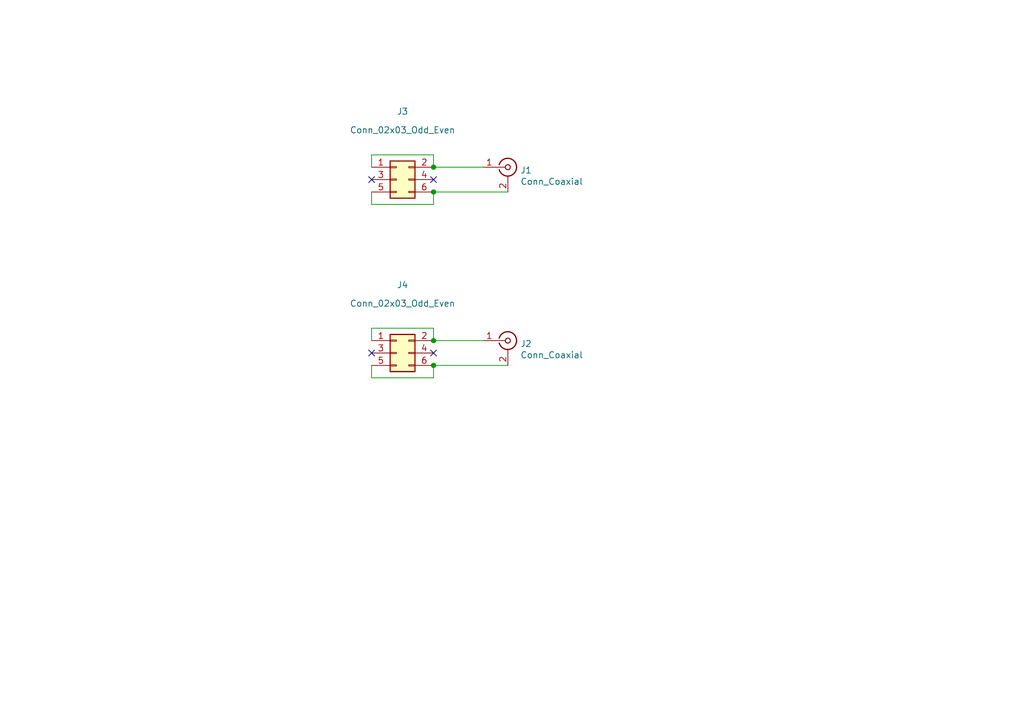
<source format=kicad_sch>
(kicad_sch (version 20230121) (generator eeschema)
  (paper "User" 210.007 148.006)
  (title_block (title "RCA Breadboard Adapter") (date "2020-03-14") (rev "1") (company "Joe Miragliuolo"))
  (lib_symbols
    (symbol "Connector:Conn_Coaxial" (pin_names (offset 1.016) hide)
      (property "Reference" "J" (at 0.254 3.048 0))
      (property "Value" "Conn_Coaxial" (at 2.921 0 90))
      (symbol "Conn_Coaxial_0_1"
        (arc (start -1.778 -0.508) (mid 0.2311 -1.8066) (end 1.778 0) (stroke (width 0.254)))
        (polyline (pts (xy -2.54 0) (xy -0.508 0)))
        (polyline (pts (xy 0 -2.54) (xy 0 -1.778)))
        (circle (center 0 0) (radius 0.508) (stroke (width 0.2032)))
        (arc (start 1.778 0) (mid 0.2099 1.8101) (end -1.778 0.508) (stroke (width 0.254)))
      )
      (symbol "Conn_Coaxial_1_1"
        (pin passive line (at -5.08 0 0) (length 2.54) (name "In") (number "1"))
        (pin passive line (at 0 -5.08 90) (length 2.54) (name "Ext") (number "2"))
      )
    )
    (symbol "Connector_Generic:Conn_02x03_Odd_Even" (pin_names (offset 1.016) hide)
      (property "Reference" "J" (at 1.27 5.08 0))
      (property "Value" "Conn_02x03_Odd_Even" (at 1.27 -5.08 0))
      (symbol "Conn_02x03_Odd_Even_1_1"
        (rectangle (start -1.27 -2.413) (end 0 -2.667) (stroke (width 0.1524)))
        (rectangle (start -1.27 0.127) (end 0 -0.127) (stroke (width 0.1524)))
        (rectangle (start -1.27 2.667) (end 0 2.413) (stroke (width 0.1524)))
        (rectangle (start -1.27 3.81) (end 3.81 -3.81) (stroke (width 0.254)) (fill (type background)))
        (rectangle (start 3.81 -2.413) (end 2.54 -2.667) (stroke (width 0.1524)))
        (rectangle (start 3.81 0.127) (end 2.54 -0.127) (stroke (width 0.1524)))
        (rectangle (start 3.81 2.667) (end 2.54 2.413) (stroke (width 0.1524)))
        (pin passive line (at -5.08 2.54 0) (length 3.81) (name "Pin_1") (number "1"))
        (pin passive line (at 7.62 2.54 180) (length 3.81) (name "Pin_2") (number "2"))
        (pin passive line (at -5.08 0 0) (length 3.81) (name "Pin_3") (number "3"))
        (pin passive line (at 7.62 0 180) (length 3.81) (name "Pin_4") (number "4"))
        (pin passive line (at -5.08 -2.54 0) (length 3.81) (name "Pin_5") (number "5"))
        (pin passive line (at 7.62 -2.54 180) (length 3.81) (name "Pin_6") (number "6"))
      )
    )
  )
  (junction (at 88.9 74.93))
  (junction (at 88.9 39.37))
  (junction (at 88.9 69.85))
  (junction (at 88.9 34.29))
  (no_connect (at 76.2 72.39))
  (no_connect (at 88.9 72.39))
  (no_connect (at 76.2 36.83))
  (no_connect (at 88.9 36.83))
  (wire (pts (xy 104.14 74.93) (xy 88.9 74.93)))
  (wire (pts (xy 88.9 67.31) (xy 76.2 67.31)))
  (wire (pts (xy 76.2 77.47) (xy 76.2 74.93)))
  (wire (pts (xy 88.9 39.37) (xy 88.9 41.91)))
  (wire (pts (xy 88.9 31.75) (xy 76.2 31.75)))
  (wire (pts (xy 88.9 41.91) (xy 76.2 41.91)))
  (wire (pts (xy 104.14 39.37) (xy 88.9 39.37)))
  (wire (pts (xy 88.9 34.29) (xy 88.9 31.75)))
  (wire (pts (xy 88.9 77.47) (xy 76.2 77.47)))
  (wire (pts (xy 76.2 31.75) (xy 76.2 34.29)))
  (wire (pts (xy 88.9 74.93) (xy 88.9 77.47)))
  (wire (pts (xy 76.2 41.91) (xy 76.2 39.37)))
  (wire (pts (xy 99.06 34.29) (xy 88.9 34.29)))
  (wire (pts (xy 88.9 69.85) (xy 88.9 67.31)))
  (wire (pts (xy 99.06 69.85) (xy 88.9 69.85)))
  (wire (pts (xy 76.2 67.31) (xy 76.2 69.85)))
  (symbol (lib_id "Connector:Conn_Coaxial") (at 104.14 34.29 0) (unit 1)
    (property "Reference" "J1" (at 106.68 34.925 0) (effects (justify left)))
    (property "Value" "Conn_Coaxial" (at 106.68 37.2364 0) (effects (justify left)))
    (property "Footprint" "jwm_kicad_footprints_misc:RCA-Phono_CUI-Devices_RCJ-02X_Vertical" (effects hide))
    (property "Datasheet" " ~" (effects hide))
  )
  (symbol (lib_id "Connector_Generic:Conn_02x03_Odd_Even") (at 81.28 36.83 0) (unit 1)
    (property "Reference" "J3" (at 82.55 22.86 0))
    (property "Value" "Conn_02x03_Odd_Even" (at 82.55 26.67 0))
    (property "Footprint" "Connector_PinHeader_2.54mm:PinHeader_2x03_P2.54mm_Vertical" (effects hide))
  )
  (symbol (lib_id "Connector:Conn_Coaxial") (at 104.14 69.85 0) (unit 1)
    (property "Reference" "J2" (at 106.68 70.485 0) (effects (justify left)))
    (property "Value" "Conn_Coaxial" (at 106.68 72.7964 0) (effects (justify left)))
    (property "Footprint" "jwm_kicad_footprints_misc:RCA-Phono_CUI-Devices_RCJ-02X_Vertical" (effects hide))
    (property "Datasheet" " ~" (effects hide))
  )
  (symbol (lib_id "Connector_Generic:Conn_02x03_Odd_Even") (at 81.28 72.39 0) (unit 1)
    (property "Reference" "J4" (at 82.55 58.42 0))
    (property "Value" "Conn_02x03_Odd_Even" (at 82.55 62.23 0))
    (property "Footprint" "Connector_PinHeader_2.54mm:PinHeader_2x03_P2.54mm_Vertical" (effects hide))
  )
)
</source>
